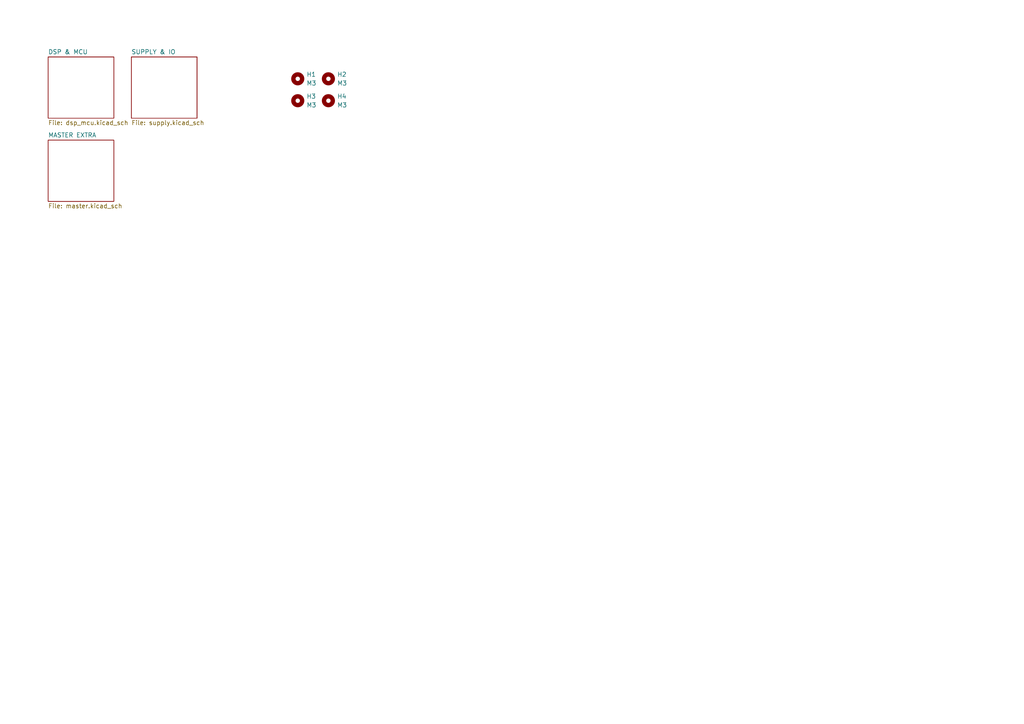
<source format=kicad_sch>
(kicad_sch (version 20231120) (generator "eeschema") (generator_version "8.0")
  (paper "A4")
  (lib_symbols
    (symbol "Mechanical:MountingHole" (pin_names (offset 1.016)) (exclude_from_sim yes) (in_bom no)
      (property "Reference" "H" (at 0 5.08 0))
      (property "Value" "MountingHole" (at 0 3.175 0))
      (symbol "MountingHole_0_1"
        (circle (center 0 0) (radius 1.27) (stroke (width 1.27)))
      )
    )
  )
  (symbol (lib_id "Mechanical:MountingHole") (at 86.36 29.21 0) (unit 1) (exclude_from_sim yes) (in_bom no)
    (property "Reference" "H3" (at 88.9 27.9399 0) (effects (justify left)))
    (property "Value" "M3" (at 88.9 30.4799 0) (effects (justify left)))
    (property "Footprint" "MountingHole:MountingHole_2.7mm_M2.5" (effects (hide yes)))
    (property "Description" "Mounting Hole without connection" (effects (hide yes)))
  )
  (symbol (lib_id "Mechanical:MountingHole") (at 86.36 22.86 0) (unit 1)
    (property "Reference" "H1" (at 88.9 21.5899 0) (effects (justify left)))
    (property "Value" "M3" (at 88.9 24.1299 0) (effects (justify left)))
    (property "Footprint" "MountingHole:MountingHole_2.7mm_M2.5" (effects (hide yes)))
    (property "Description" "Mounting Hole without connection" (effects (hide yes)))
  )
  (symbol (lib_id "Mechanical:MountingHole") (at 95.25 29.21 0) (unit 1) (exclude_from_sim yes) (in_bom no)
    (property "Reference" "H4" (at 97.79 27.9399 0) (effects (justify left)))
    (property "Value" "M3" (at 97.79 30.4799 0) (effects (justify left)))
    (property "Footprint" "MountingHole:MountingHole_2.7mm_M2.5" (effects (hide yes)))
    (property "Description" "Mounting Hole without connection" (effects (hide yes)))
  )
  (symbol (lib_id "Mechanical:MountingHole") (at 95.25 22.86 0) (unit 1) (exclude_from_sim yes) (in_bom no)
    (property "Reference" "H2" (at 97.79 21.5899 0) (effects (justify left)))
    (property "Value" "M3" (at 97.79 24.1299 0) (effects (justify left)))
    (property "Footprint" "MountingHole:MountingHole_2.7mm_M2.5" (effects (hide yes)))
    (property "Description" "Mounting Hole without connection" (effects (hide yes)))
  )
  (sheet (at 13.97 40.64) (size 19.05 17.78) (stroke (width 0.1524))
    (property "Sheetname" "MASTER EXTRA" (at 13.97 39.9284 0) (effects (justify left bottom)))
    (property "Sheetfile" "master.kicad_sch" (at 13.97 59.0046 0) (effects (justify left top)))
  )
  (sheet (at 13.97 16.51) (size 19.05 17.78) (stroke (width 0.1524))
    (property "Sheetname" "DSP & MCU" (at 13.97 15.7984 0) (effects (justify left bottom)))
    (property "Sheetfile" "dsp_mcu.kicad_sch" (at 13.97 34.8746 0) (effects (justify left top)))
  )
  (sheet (at 38.1 16.51) (size 19.05 17.78) (stroke (width 0.1524))
    (property "Sheetname" "SUPPLY & IO" (at 38.1 15.7984 0) (effects (justify left bottom)))
    (property "Sheetfile" "supply.kicad_sch" (at 38.1 34.8746 0) (effects (justify left top)))
  )
)
</source>
